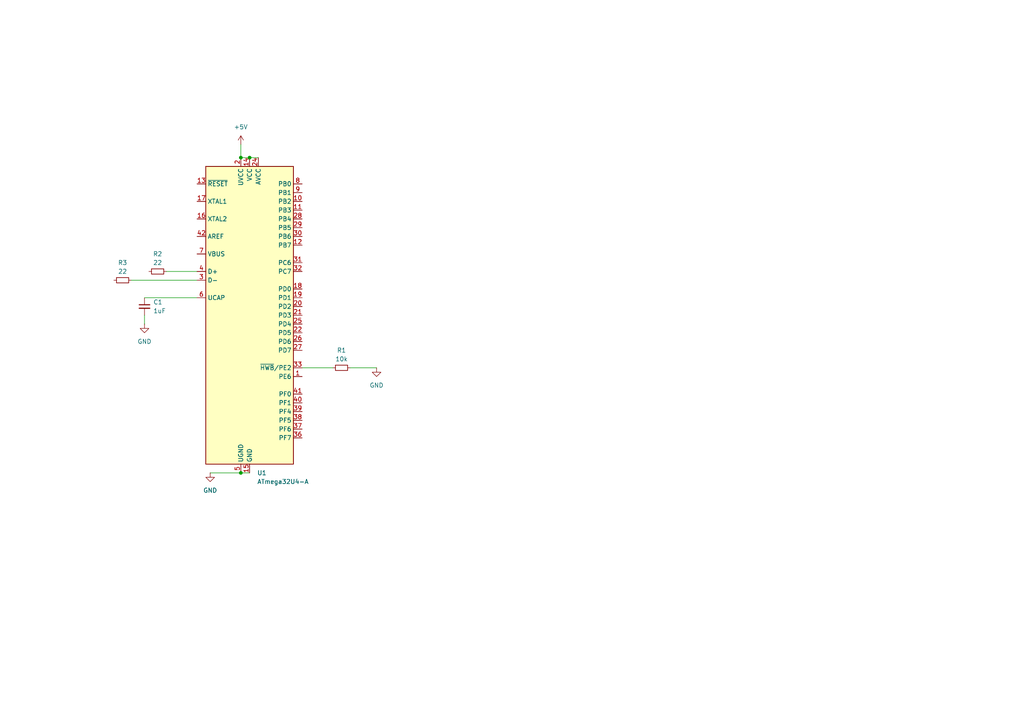
<source format=kicad_sch>
(kicad_sch (version 20231120) (generator "eeschema") (generator_version "8.0")
  (paper "A4")
  (lib_symbols
    (symbol "Device:C_Small" (pin_numbers hide) (pin_names (offset 0.254) hide)
      (property "Reference" "C" (at 0.254 1.778 0))
      (property "Value" "C_Small" (at 0.254 -2.032 0))
      (symbol "C_Small_0_1"
        (polyline (pts (xy -1.524 -0.508) (xy 1.524 -0.508)) (stroke (width 0.3302)))
        (polyline (pts (xy -1.524 0.508) (xy 1.524 0.508)) (stroke (width 0.3048)))
      )
      (symbol "C_Small_1_1"
        (pin passive line (at 0 2.54 270) (length 2.032) (name "~") (number "1"))
        (pin passive line (at 0 -2.54 90) (length 2.032) (name "~") (number "2"))
      )
    )
    (symbol "Device:R_Small" (pin_numbers hide) (pin_names (offset 0.254) hide)
      (property "Reference" "R" (at 0.762 0.508 0))
      (property "Value" "R_Small" (at 0.762 -1.016 0))
      (symbol "R_Small_0_1"
        (rectangle (start -0.762 1.778) (end 0.762 -1.778) (stroke (width 0.2032)))
      )
      (symbol "R_Small_1_1"
        (pin passive line (at 0 2.54 270) (length 0.762) (name "~") (number "1"))
        (pin passive line (at 0 -2.54 90) (length 0.762) (name "~") (number "2"))
      )
    )
    (symbol "MCU_Microchip_ATmega:ATmega32U4-A"
      (property "Reference" "U" (at -12.7 44.45 0))
      (property "Value" "ATmega32U4-A" (at 2.54 -44.45 0))
      (symbol "ATmega32U4-A_0_1"
        (rectangle (start -12.7 -43.18) (end 12.7 43.18) (stroke (width 0.254)) (fill (type background)))
      )
      (symbol "ATmega32U4-A_1_1"
        (pin bidirectional line (at 15.24 -17.78 180) (length 2.54) (name "PE6") (number "1"))
        (pin bidirectional line (at 15.24 33.02 180) (length 2.54) (name "PB2") (number "10"))
        (pin bidirectional line (at 15.24 30.48 180) (length 2.54) (name "PB3") (number "11"))
        (pin bidirectional line (at 15.24 20.32 180) (length 2.54) (name "PB7") (number "12"))
        (pin input line (at -15.24 38.1 0) (length 2.54) (name "~{RESET}") (number "13"))
        (pin power_in line (at 0 45.72 270) (length 2.54) (name "VCC") (number "14"))
        (pin power_in line (at 0 -45.72 90) (length 2.54) (name "GND") (number "15"))
        (pin output line (at -15.24 27.94 0) (length 2.54) (name "XTAL2") (number "16"))
        (pin input line (at -15.24 33.02 0) (length 2.54) (name "XTAL1") (number "17"))
        (pin bidirectional line (at 15.24 7.62 180) (length 2.54) (name "PD0") (number "18"))
        (pin bidirectional line (at 15.24 5.08 180) (length 2.54) (name "PD1") (number "19"))
        (pin power_in line (at -2.54 45.72 270) (length 2.54) (name "UVCC") (number "2"))
        (pin bidirectional line (at 15.24 2.54 180) (length 2.54) (name "PD2") (number "20"))
        (pin bidirectional line (at 15.24 0 180) (length 2.54) (name "PD3") (number "21"))
        (pin bidirectional line (at 15.24 -5.08 180) (length 2.54) (name "PD5") (number "22"))
        (pin passive line (at 0 -45.72 90) (length 2.54) hide (name "GND") (number "23"))
        (pin power_in line (at 2.54 45.72 270) (length 2.54) (name "AVCC") (number "24"))
        (pin bidirectional line (at 15.24 -2.54 180) (length 2.54) (name "PD4") (number "25"))
        (pin bidirectional line (at 15.24 -7.62 180) (length 2.54) (name "PD6") (number "26"))
        (pin bidirectional line (at 15.24 -10.16 180) (length 2.54) (name "PD7") (number "27"))
        (pin bidirectional line (at 15.24 27.94 180) (length 2.54) (name "PB4") (number "28"))
        (pin bidirectional line (at 15.24 25.4 180) (length 2.54) (name "PB5") (number "29"))
        (pin bidirectional line (at -15.24 10.16 0) (length 2.54) (name "D-") (number "3"))
        (pin bidirectional line (at 15.24 22.86 180) (length 2.54) (name "PB6") (number "30"))
        (pin bidirectional line (at 15.24 15.24 180) (length 2.54) (name "PC6") (number "31"))
        (pin bidirectional line (at 15.24 12.7 180) (length 2.54) (name "PC7") (number "32"))
        (pin bidirectional line (at 15.24 -15.24 180) (length 2.54) (name "~{HWB}/PE2") (number "33"))
        (pin passive line (at 0 45.72 270) (length 2.54) hide (name "VCC") (number "34"))
        (pin passive line (at 0 -45.72 90) (length 2.54) hide (name "GND") (number "35"))
        (pin bidirectional line (at 15.24 -35.56 180) (length 2.54) (name "PF7") (number "36"))
        (pin bidirectional line (at 15.24 -33.02 180) (length 2.54) (name "PF6") (number "37"))
        (pin bidirectional line (at 15.24 -30.48 180) (length 2.54) (name "PF5") (number "38"))
        (pin bidirectional line (at 15.24 -27.94 180) (length 2.54) (name "PF4") (number "39"))
        (pin bidirectional line (at -15.24 12.7 0) (length 2.54) (name "D+") (number "4"))
        (pin bidirectional line (at 15.24 -25.4 180) (length 2.54) (name "PF1") (number "40"))
        (pin bidirectional line (at 15.24 -22.86 180) (length 2.54) (name "PF0") (number "41"))
        (pin passive line (at -15.24 22.86 0) (length 2.54) (name "AREF") (number "42"))
        (pin passive line (at 0 -45.72 90) (length 2.54) hide (name "GND") (number "43"))
        (pin passive line (at 2.54 45.72 270) (length 2.54) hide (name "AVCC") (number "44"))
        (pin passive line (at -2.54 -45.72 90) (length 2.54) (name "UGND") (number "5"))
        (pin passive line (at -15.24 5.08 0) (length 2.54) (name "UCAP") (number "6"))
        (pin input line (at -15.24 17.78 0) (length 2.54) (name "VBUS") (number "7"))
        (pin bidirectional line (at 15.24 38.1 180) (length 2.54) (name "PB0") (number "8"))
        (pin bidirectional line (at 15.24 35.56 180) (length 2.54) (name "PB1") (number "9"))
      )
    )
    (symbol "power:+5V" (power) (pin_numbers hide) (pin_names (offset 0) hide)
      (property "Value" "+5V" (at 0 3.556 0))
      (symbol "+5V_0_1"
        (polyline (pts (xy -0.762 1.27) (xy 0 2.54)))
        (polyline (pts (xy 0 0) (xy 0 2.54)))
        (polyline (pts (xy 0 2.54) (xy 0.762 1.27)))
      )
      (symbol "+5V_1_1"
        (pin power_in line (at 0 0 90) (length 0) (name "~") (number "1"))
      )
    )
    (symbol "power:GND" (power) (pin_numbers hide) (pin_names (offset 0) hide)
      (property "Value" "GND" (at 0 -3.81 0))
      (symbol "GND_0_1"
        (polyline (pts (xy 0 0) (xy 0 -1.27) (xy 1.27 -1.27) (xy 0 -2.54) (xy -1.27 -1.27) (xy 0 -1.27)))
      )
      (symbol "GND_1_1"
        (pin power_in line (at 0 0 270) (length 0) (name "~") (number "1"))
      )
    )
  )
  (junction (at 72.39 45.72))
  (junction (at 69.85 137.16))
  (junction (at 69.85 45.72))
  (wire (pts (xy 38.1 81.28) (xy 57.15 81.28)))
  (wire (pts (xy 69.85 45.72) (xy 72.39 45.72)))
  (wire (pts (xy 87.63 106.68) (xy 96.52 106.68)))
  (wire (pts (xy 48.26 78.74) (xy 57.15 78.74)))
  (wire (pts (xy 69.85 137.16) (xy 72.39 137.16)))
  (wire (pts (xy 60.96 137.16) (xy 69.85 137.16)))
  (wire (pts (xy 72.39 45.72) (xy 74.93 45.72)))
  (wire (pts (xy 41.91 91.44) (xy 41.91 93.98)))
  (wire (pts (xy 41.91 86.36) (xy 57.15 86.36)))
  (wire (pts (xy 69.85 41.91) (xy 69.85 45.72)))
  (wire (pts (xy 101.6 106.68) (xy 109.22 106.68)))
  (symbol (lib_id "power:+5V") (at 69.85 41.91 0) (unit 1)
    (property "Reference" "#PWR01" (effects (hide yes)))
    (property "Value" "+5V" (at 69.85 36.83 0))
    (property "Description" "Power symbol creates a global label with name \"+5V\"" (effects (hide yes)))
  )
  (symbol (lib_id "Device:R_Small") (at 35.56 81.28 90) (unit 1)
    (property "Reference" "R3" (at 35.56 76.2 90))
    (property "Value" "22" (at 35.56 78.74 90))
    (property "Description" "Resistor, small symbol" (effects (hide yes)))
  )
  (symbol (lib_id "power:GND") (at 60.96 137.16 0) (unit 1)
    (property "Reference" "#PWR02" (effects (hide yes)))
    (property "Value" "GND" (at 60.96 142.24 0))
    (property "Description" "Power symbol creates a global label with name \"GND\" , ground" (effects (hide yes)))
  )
  (symbol (lib_id "power:GND") (at 41.91 93.98 0) (unit 1)
    (property "Reference" "#PWR04" (effects (hide yes)))
    (property "Value" "GND" (at 41.91 99.06 0))
    (property "Description" "Power symbol creates a global label with name \"GND\" , ground" (effects (hide yes)))
  )
  (symbol (lib_id "Device:R_Small") (at 99.06 106.68 90) (unit 1)
    (property "Reference" "R1" (at 99.06 101.6 90))
    (property "Value" "10k" (at 99.06 104.14 90))
    (property "Description" "Resistor, small symbol" (effects (hide yes)))
  )
  (symbol (lib_id "Device:R_Small") (at 45.72 78.74 90) (unit 1)
    (property "Reference" "R2" (at 45.72 73.66 90))
    (property "Value" "22" (at 45.72 76.2 90))
    (property "Description" "Resistor, small symbol" (effects (hide yes)))
  )
  (symbol (lib_id "power:GND") (at 109.22 106.68 0) (unit 1)
    (property "Reference" "#PWR03" (effects (hide yes)))
    (property "Value" "GND" (at 109.22 111.76 0))
    (property "Description" "Power symbol creates a global label with name \"GND\" , ground" (effects (hide yes)))
  )
  (symbol (lib_id "Device:C_Small") (at 41.91 88.9 0) (unit 1)
    (property "Reference" "C1" (at 44.45 87.6362 0) (effects (justify left)))
    (property "Value" "1uF" (at 44.45 90.1762 0) (effects (justify left)))
    (property "Description" "Unpolarized capacitor, small symbol" (effects (hide yes)))
  )
  (symbol (lib_id "MCU_Microchip_ATmega:ATmega32U4-A") (at 72.39 91.44 0) (unit 1)
    (property "Reference" "U1" (at 74.5841 137.16 0) (effects (justify left)))
    (property "Value" "ATmega32U4-A" (at 74.5841 139.7 0) (effects (justify left)))
    (property "Footprint" "Package_QFP:TQFP-44_10x10mm_P0.8mm" (effects (hide yes)))
    (property "Datasheet" "http://ww1.microchip.com/downloads/en/DeviceDoc/Atmel-7766-8-bit-AVR-ATmega16U4-32U4_Datasheet.pdf" (effects (hide yes)))
    (property "Description" "16MHz, 32kB Flash, 2.5kB SRAM, 1kB EEPROM, USB 2.0, TQFP-44" (effects (hide yes)))
  )
)
</source>
